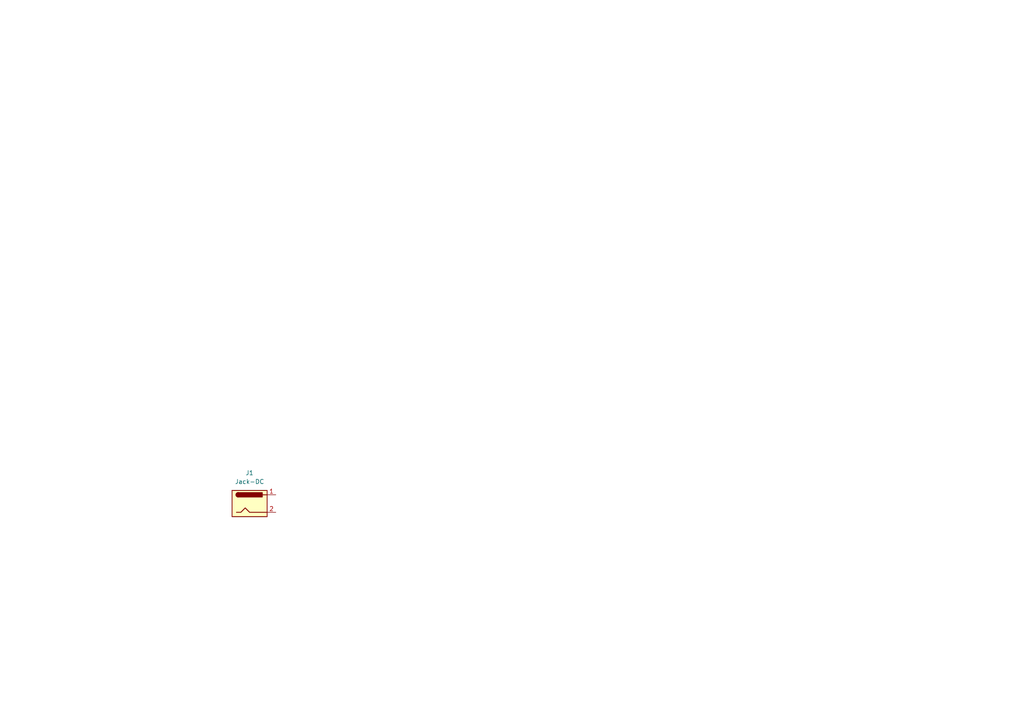
<source format=kicad_sch>
(kicad_sch (version 20231120) (generator "eeschema") (generator_version "8.0")
  (paper "A4")
  (lib_symbols
    (symbol "Connector:Jack-DC" (pin_names (offset 1.016))
      (property "Reference" "J" (at 0 5.334 0))
      (property "Value" "Jack-DC" (at 0 -5.08 0))
      (symbol "Jack-DC_0_1"
        (rectangle (start -5.08 3.81) (end 5.08 -3.81) (stroke (width 0.254)) (fill (type background)))
        (arc (start -3.302 3.175) (mid -3.9343 2.54) (end -3.302 1.905) (stroke (width 0.254)))
        (arc (start -3.302 3.175) (mid -3.9343 2.54) (end -3.302 1.905) (stroke (width 0.254)) (fill (type outline)))
        (polyline (pts (xy 5.08 2.54) (xy 3.81 2.54)) (stroke (width 0.254)))
        (polyline (pts (xy -3.81 -2.54) (xy -2.54 -2.54) (xy -1.27 -1.27) (xy 0 -2.54) (xy 2.54 -2.54) (xy 5.08 -2.54)) (stroke (width 0.254)))
        (rectangle (start 3.683 3.175) (end -3.302 1.905) (stroke (width 0.254)) (fill (type outline)))
      )
      (symbol "Jack-DC_1_1"
        (pin passive line (at 7.62 2.54 180) (length 2.54) (name "~") (number "1"))
        (pin passive line (at 7.62 -2.54 180) (length 2.54) (name "~") (number "2"))
      )
    )
  )
  (symbol (lib_id "Connector:Jack-DC") (at 72.39 146.05 0) (unit 1)
    (property "Reference" "J1" (at 72.39 137.16 0))
    (property "Value" "Jack-DC" (at 72.39 139.7 0))
    (property "Description" "DC Barrel Jack" (effects (hide yes)))
  )
)
</source>
